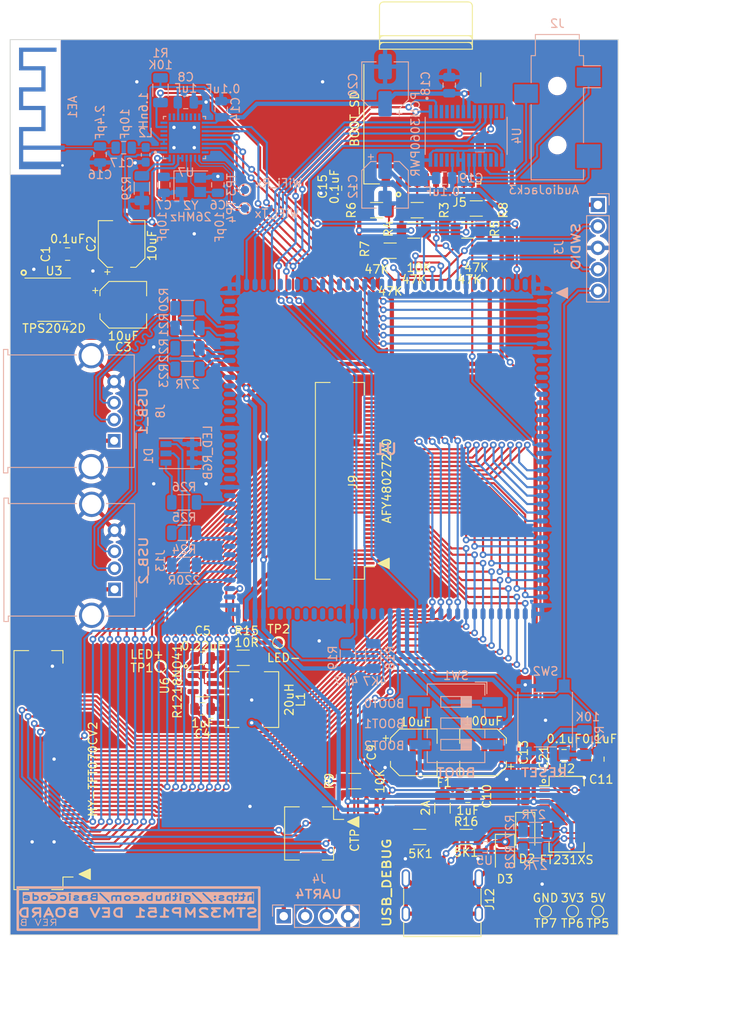
<source format=kicad_pcb>
(kicad_pcb (version 20221018) (generator pcbnew)

  (general
    (thickness 1.6)
  )

  (paper "A4")
  (layers
    (0 "F.Cu" signal)
    (31 "B.Cu" signal)
    (32 "B.Adhes" user "B.Adhesive")
    (33 "F.Adhes" user "F.Adhesive")
    (34 "B.Paste" user)
    (35 "F.Paste" user)
    (36 "B.SilkS" user "B.Silkscreen")
    (37 "F.SilkS" user "F.Silkscreen")
    (38 "B.Mask" user)
    (39 "F.Mask" user)
    (40 "Dwgs.User" user "User.Drawings")
    (41 "Cmts.User" user "User.Comments")
    (42 "Eco1.User" user "User.Eco1")
    (43 "Eco2.User" user "User.Eco2")
    (44 "Edge.Cuts" user)
    (45 "Margin" user)
    (46 "B.CrtYd" user "B.Courtyard")
    (47 "F.CrtYd" user "F.Courtyard")
    (48 "B.Fab" user)
    (49 "F.Fab" user)
    (50 "User.1" user)
    (51 "User.2" user)
    (52 "User.3" user)
    (53 "User.4" user)
    (54 "User.5" user)
    (55 "User.6" user)
    (56 "User.7" user)
    (57 "User.8" user)
    (58 "User.9" user)
  )

  (setup
    (stackup
      (layer "F.SilkS" (type "Top Silk Screen"))
      (layer "F.Paste" (type "Top Solder Paste"))
      (layer "F.Mask" (type "Top Solder Mask") (thickness 0.01))
      (layer "F.Cu" (type "copper") (thickness 0.035))
      (layer "dielectric 1" (type "core") (thickness 1.51) (material "FR4") (epsilon_r 4.5) (loss_tangent 0.02))
      (layer "B.Cu" (type "copper") (thickness 0.035))
      (layer "B.Mask" (type "Bottom Solder Mask") (thickness 0.01))
      (layer "B.Paste" (type "Bottom Solder Paste"))
      (layer "B.SilkS" (type "Bottom Silk Screen"))
      (copper_finish "None")
      (dielectric_constraints no)
    )
    (pad_to_mask_clearance 0)
    (pcbplotparams
      (layerselection 0x00010fc_ffffffff)
      (plot_on_all_layers_selection 0x0000000_00000000)
      (disableapertmacros false)
      (usegerberextensions false)
      (usegerberattributes true)
      (usegerberadvancedattributes true)
      (creategerberjobfile true)
      (dashed_line_dash_ratio 12.000000)
      (dashed_line_gap_ratio 3.000000)
      (svgprecision 4)
      (plotframeref false)
      (viasonmask false)
      (mode 1)
      (useauxorigin false)
      (hpglpennumber 1)
      (hpglpenspeed 20)
      (hpglpendiameter 15.000000)
      (dxfpolygonmode true)
      (dxfimperialunits true)
      (dxfusepcbnewfont true)
      (psnegative false)
      (psa4output false)
      (plotreference true)
      (plotvalue true)
      (plotinvisibletext false)
      (sketchpadsonfab false)
      (subtractmaskfromsilk false)
      (outputformat 1)
      (mirror false)
      (drillshape 0)
      (scaleselection 1)
      (outputdirectory "./gerber")
    )
  )

  (net 0 "")
  (net 1 "GND")
  (net 2 "Net-(AE1-Pad1)")
  (net 3 "+5V")
  (net 4 "Vdrive")
  (net 5 "Net-(U7-XTAL_OUT)")
  (net 6 "unconnected-(J1-Pin_45-Pad45)")
  (net 7 "unconnected-(J1-Pin_46-Pad46)")
  (net 8 "unconnected-(J1-Pin_47-Pad47)")
  (net 9 "unconnected-(J1-Pin_48-Pad48)")
  (net 10 "unconnected-(J1-Pin_49-Pad49)")
  (net 11 "Net-(J8-VBUS)")
  (net 12 "Earth")
  (net 13 "Net-(J9-Pin_1)")
  (net 14 "unconnected-(J9-Pin_35-Pad35)")
  (net 15 "unconnected-(J9-Pin_36-Pad36)")
  (net 16 "unconnected-(J9-Pin_37-Pad37)")
  (net 17 "unconnected-(J9-Pin_38-Pad38)")
  (net 18 "unconnected-(J9-Pin_39-Pad39)")
  (net 19 "unconnected-(J9-Pin_40-Pad40)")
  (net 20 "Net-(U6-Pin_4)")
  (net 21 "Net-(J12-CC1)")
  (net 22 "unconnected-(J12-SBU1-PadA8)")
  (net 23 "Net-(J12-CC2)")
  (net 24 "unconnected-(J12-SBU2-PadB8)")
  (net 25 "Net-(J13-VBUS)")
  (net 26 "Net-(U2-USBDM)")
  (net 27 "MMC3_D0")
  (net 28 "MMC3_D1")
  (net 29 "PC6")
  (net 30 "MMC3_D2")
  (net 31 "PC7")
  (net 32 "MMC3_CMD")
  (net 33 "PE0")
  (net 34 "MMC3_CK")
  (net 35 "PB6")
  (net 36 "MMC1_DETECT")
  (net 37 "PB8")
  (net 38 "Net-(U7-XTAL_IN)")
  (net 39 "Net-(U7-LNA)")
  (net 40 "UART1_TX")
  (net 41 "Net-(U4-VOUTR+)")
  (net 42 "UART1_RX")
  (net 43 "MMC3_D3")
  (net 44 "Net-(U4-VOUTL+)")
  (net 45 "unconnected-(U1-PB12-Pad118)")
  (net 46 "unconnected-(U1-PB10-Pad119)")
  (net 47 "unconnected-(U1-PE1-Pad12)")
  (net 48 "unconnected-(U1-PE4-Pad13)")
  (net 49 "unconnected-(U1-PC3-Pad120)")
  (net 50 "unconnected-(U1-PI8-Pad121)")
  (net 51 "unconnected-(U1-PB9-Pad16)")
  (net 52 "unconnected-(U1-PA4-Pad17)")
  (net 53 "unconnected-(U1-PA6-Pad18)")
  (net 54 "LCD_B0")
  (net 55 "LCD_B1")
  (net 56 "LCD_B2")
  (net 57 "LCD_B3")
  (net 58 "LCD_B4")
  (net 59 "LCD_B5")
  (net 60 "LCD_B6")
  (net 61 "LCD_B7")
  (net 62 "LCD_G0")
  (net 63 "LCD_G1")
  (net 64 "LCD_G2")
  (net 65 "LCD_G3")
  (net 66 "LCD_G4")
  (net 67 "LCD_G5")
  (net 68 "LCD_G6")
  (net 69 "LCD_G7")
  (net 70 "LCD_R0")
  (net 71 "LCD_R1")
  (net 72 "LCD_R2")
  (net 73 "LCD_R3")
  (net 74 "LCD_R4")
  (net 75 "LCD_R5")
  (net 76 "LCD_R6")
  (net 77 "LCD_R7")
  (net 78 "LCD_DATA_EN")
  (net 79 "LCD_V_SYNC")
  (net 80 "LCD_H_SYNC")
  (net 81 "LCD_CLK")
  (net 82 "/Audio/VCOM")
  (net 83 "BOOT1")
  (net 84 "BOOT0")
  (net 85 "BOOT2")
  (net 86 "unconnected-(U1-PD8-Pad57)")
  (net 87 "unconnected-(U1-PG3-Pad58)")
  (net 88 "SPI5_MOSI")
  (net 89 "SPI5_MISO")
  (net 90 "SPI5_CS")
  (net 91 "SPI5_CLK")
  (net 92 "unconnected-(U1-PB13-Pad66)")
  (net 93 "unconnected-(U1-PB5-Pad67)")
  (net 94 "UART4_RX")
  (net 95 "unconnected-(U1-PA12-Pad69)")
  (net 96 "unconnected-(U1-VBAT_RTC-Pad70)")
  (net 97 "CTP_INT")
  (net 98 "LCD_BL_EN")
  (net 99 "ANA0")
  (net 100 "ANA1")
  (net 101 "unconnected-(U1-VBUS_OTG-Pad84)")
  (net 102 "unconnected-(U1-ETH_MDIO-Pad85)")
  (net 103 "unconnected-(U1-ETH_MDC-Pad86)")
  (net 104 "unconnected-(U1-PG8-Pad88)")
  (net 105 "unconnected-(U1-ETH_TD3-Pad90)")
  (net 106 "unconnected-(U1-ETH_TD2-Pad91)")
  (net 107 "unconnected-(U1-ETH_TD1-Pad92)")
  (net 108 "unconnected-(U1-ETH_TD0-Pad93)")
  (net 109 "unconnected-(U1-ETH_TCTL-Pad94)")
  (net 110 "unconnected-(U1-ETH_TCLK-Pad95)")
  (net 111 "unconnected-(U1-ETH_RCLK-Pad97)")
  (net 112 "unconnected-(U1-ETH_RD3-Pad98)")
  (net 113 "unconnected-(U1-ETH_RD2-Pad99)")
  (net 114 "unconnected-(U1-ETH_RD1-Pad100)")
  (net 115 "unconnected-(U1-ETH_RD0-Pad101)")
  (net 116 "unconnected-(U1-ETH_RCTL-Pad102)")
  (net 117 "USB2_P")
  (net 118 "USB2_N")
  (net 119 "USB1_P")
  (net 120 "USB1_N")
  (net 121 "unconnected-(U1-PG5-Pad110)")
  (net 122 "WIFI_INT")
  (net 123 "unconnected-(U1-PA10-Pad123)")
  (net 124 "unconnected-(U1-PF13-Pad125)")
  (net 125 "unconnected-(U1-PF12-Pad126)")
  (net 126 "unconnected-(U1-PF10-Pad127)")
  (net 127 "unconnected-(U1-PI11-Pad122)")
  (net 128 "UART4_TX")
  (net 129 "unconnected-(U1-PA15-Pad130)")
  (net 130 "SWDIO")
  (net 131 "SWCLK")
  (net 132 "MMC1_D0")
  (net 133 "MMC1_D1")
  (net 134 "MMC1_D2")
  (net 135 "MMC1_D3")
  (net 136 "MMC1_CK")
  (net 137 "unconnected-(U1-PZ3-Pad141)")
  (net 138 "unconnected-(U1-PZ0-Pad144)")
  (net 139 "unconnected-(U1-PZ6-Pad145)")
  (net 140 "MMC1_CMD")
  (net 141 "unconnected-(U1-PZ7-Pad147)")
  (net 142 "unconnected-(U2-~{DTR}-Pad1)")
  (net 143 "unconnected-(U2-~{RTS}-Pad2)")
  (net 144 "unconnected-(U2-~{RI}-Pad5)")
  (net 145 "unconnected-(U2-~{DSR}-Pad7)")
  (net 146 "unconnected-(U2-~{DCD}-Pad8)")
  (net 147 "unconnected-(U2-~{CTS}-Pad9)")
  (net 148 "unconnected-(U2-CBUS2-Pad10)")
  (net 149 "unconnected-(U2-3V3OUT-Pad13)")
  (net 150 "unconnected-(U2-CBUS1-Pad17)")
  (net 151 "unconnected-(U2-CBUS0-Pad18)")
  (net 152 "unconnected-(U2-CBUS3-Pad19)")
  (net 153 "WIFI_UP")
  (net 154 "CTP_RESET")
  (net 155 "unconnected-(J5-SHIELD-PadP1)")
  (net 156 "I2C1_SCL")
  (net 157 "I2C1_SDA")
  (net 158 "Net-(D1-BA)")
  (net 159 "Net-(U1-USB1_N)")
  (net 160 "Net-(U1-USB1_P)")
  (net 161 "Net-(U1-USB2_N)")
  (net 162 "Net-(U1-USB2_P)")
  (net 163 "Net-(U2-USBDP)")
  (net 164 "Net-(D2-K)")
  (net 165 "/Power & Debug/USB_N")
  (net 166 "/Power & Debug/USB_P")
  (net 167 "Net-(D1-GA)")
  (net 168 "Net-(D1-RA)")
  (net 169 "LED_R")
  (net 170 "LED_G")
  (net 171 "LED_B")
  (net 172 "KEY_WP")
  (net 173 "Net-(U7-RES12K)")
  (net 174 "Net-(U7-U0RXD)")
  (net 175 "Net-(U7-U0TXD)")
  (net 176 "SAI1_SCK_B")
  (net 177 "SAI1_MCLK_B")
  (net 178 "SAI1_SD_B")
  (net 179 "SAI1_FS_B")
  (net 180 "SAI1_SD_A")
  (net 181 "unconnected-(U3-~{OC2}-Pad5)")
  (net 182 "unconnected-(U3-~{OC1}-Pad8)")
  (net 183 "unconnected-(U4-DOUT-Pad3)")
  (net 184 "unconnected-(U4-LRCK1-Pad4)")
  (net 185 "unconnected-(U4-BCK1-Pad5)")
  (net 186 "unconnected-(U4-SCKI1-Pad6)")
  (net 187 "unconnected-(U4-ZEROR-Pad13)")
  (net 188 "unconnected-(U4-ZEROL-Pad14)")
  (net 189 "unconnected-(U4-VOUTR--Pad17)")
  (net 190 "unconnected-(U4-VOUTL--Pad19)")
  (net 191 "unconnected-(U4-VINL-Pad25)")
  (net 192 "unconnected-(U4-VINR-Pad26)")
  (net 193 "unconnected-(U4-~{MS{slash}ADR{slash}IFMD}-Pad27)")
  (net 194 "unconnected-(U7-VDD_RTC-Pad5)")
  (net 195 "unconnected-(U7-TOUT-Pad6)")
  (net 196 "unconnected-(U7-XPD_DCDC-Pad8)")
  (net 197 "unconnected-(U7-MTMS-Pad9)")
  (net 198 "unconnected-(U7-MTDI-Pad10)")
  (net 199 "unconnected-(U7-MTCK-Pad12)")
  (net 200 "unconnected-(U7-MTDO-Pad13)")
  (net 201 "unconnected-(U7-GPIO2-Pad14)")
  (net 202 "unconnected-(U7-GPIO0-Pad15)")
  (net 203 "unconnected-(U7-GPIO4-Pad16)")
  (net 204 "unconnected-(U7-GPIO5-Pad24)")
  (net 205 "+3V3")
  (net 206 "NRST")

  (footprint "Resistor_SMD:R_1206_3216Metric" (layer "F.Cu") (at 63.2 35.2))

  (footprint "Resistor_SMD:R_1206_3216Metric" (layer "F.Cu") (at 60 40))

  (footprint "Inductor_SMD:L_6.3x6.3_H3" (layer "F.Cu") (at 43.6 93.15 90))

  (footprint "Capacitor_SMD:CP_Elec_5x5.3" (layer "F.Cu") (at 28.2 39.2 90))

  (footprint "Capacitor_SMD:C_0805_2012Metric" (layer "F.Cu") (at 21.8 40.4))

  (footprint "Capacitor_SMD:C_0805_2012Metric" (layer "F.Cu") (at 37.8 94.25))

  (footprint "Capacitor_SMD:CP_Elec_5x5.3" (layer "F.Cu") (at 62.8 99.4))

  (footprint "Diode_SMD:D_1206_3216Metric" (layer "F.Cu") (at 76 108.8 -90))

  (footprint "Connector_FFC-FPC:Hirose_FH12-6S-0.5SH_1x06-1MP_P0.50mm_Horizontal" (layer "F.Cu") (at 52 109 -90))

  (footprint "Connector_USB:USB_C_Receptacle_G-Switch_GT-USB-7010ASV" (layer "F.Cu") (at 66.18 117.425))

  (footprint "Capacitor_SMD:C_0805_2012Metric" (layer "F.Cu") (at 69.2 104.6))

  (footprint "Resistor_SMD:R_1206_3216Metric" (layer "F.Cu") (at 62.8 37.6))

  (footprint "Package_SO:SOIC-8_3.9x4.9mm_P1.27mm" (layer "F.Cu") (at 20.2 45.8))

  (footprint "Capacitor_SMD:C_0805_2012Metric" (layer "F.Cu") (at 84.6 100.2 90))

  (footprint "Connector_FFC-FPC:Hirose_FH12-40S-0.5SH_1x40-1MP_P0.50mm_Horizontal" (layer "F.Cu") (at 55.65 67.25 -90))

  (footprint "Package_TO_SOT_SMD:SOT-23-6" (layer "F.Cu") (at 37.8 91.25))

  (footprint "Capacitor_SMD:CP_Elec_5x5.3" (layer "F.Cu") (at 28.4 46.4))

  (footprint "Resistor_SMD:R_1206_3216Metric" (layer "F.Cu") (at 63.5 109.425 180))

  (footprint "components:HRS_DM3AT-SF-PEJM5" (layer "F.Cu") (at 64.2375 31.8375 180))

  (footprint "Package_SO:SSOP-20_3.9x8.7mm_P0.635mm" (layer "F.Cu") (at 80.9 106.7225))

  (footprint "TestPoint:TestPoint_Pad_D1.0mm" (layer "F.Cu") (at 78.4 118.2 180))

  (footprint "Capacitor_SMD:C_0805_2012Metric" (layer "F.Cu") (at 55 32.6 90))

  (footprint "Capacitor_SMD:CP_Elec_5x5.3" (layer "F.Cu") (at 71 99.4 180))

  (footprint "Resistor_SMD:R_1206_3216Metric" (layer "F.Cu") (at 70.2 35 180))

  (footprint "TestPoint:TestPoint_Pad_D1.0mm" (layer "F.Cu") (at 46.8 86.4 90))

  (footprint "Resistor_SMD:R_1206_3216Metric" (layer "F.Cu") (at 42.6 88.2 180))

  (footprint "Diode_SMD:D_1206_3216Metric" (layer "F.Cu") (at 73.6 111.4 -90))

  (footprint "Fuse:Fuse_1206_3216Metric" (layer "F.Cu") (at 66.2 106 90))

  (footprint "Resistor_SMD:R_1206_3216Metric" (layer "F.Cu") (at 55.8 102.8 180))

  (footprint "TestPoint:TestPoint_Pad_D1.0mm" (layer "F.Cu") (at 84.6 118.2 180))

  (footprint "Resistor_SMD:R_1206_3216Metric" (layer "F.Cu") (at 69.2 37.6 180))

  (footprint "Connector_FFC-FPC:Hirose_FH12-50S-0.5SH_1x50-1MP_P0.50mm_Horizontal" (layer "F.Cu") (at 19.95 101.5 -90))

  (footprint "Capacitor_SMD:C_0805_2012Metric" (layer "F.Cu") (at 80.6 99.8))

  (footprint "TestPoint:TestPoint_Pad_D1.0mm" (layer "F.Cu") (at 32.8 89.2 90))

  (footprint "Resistor_SMD:R_1206_3216Metric" (layer "F.Cu") (at 58.4 35.2))

  (footprint "Resistor_SMD:R_1206_3216Metric" (layer "F.Cu") (at 69 109.425))

  (footprint "TestPoint:TestPoint_Pad_D1.0mm" (layer "F.Cu") (at 81.6 118.2 180))

  (footprint "Capacitor_SMD:C_0805_2012Metric" (layer "F.Cu") (at 37.8 88.25))

  (footprint "Resistor_SMD:R_1206_3216Metric" (layer "B.Cu") (at 77.2 108.6))

  (footprint "Resistor_SMD:R_1206_3216Metric" (layer "B.Cu")
    (tstamp 0894b2ed-7056-45da-a9c4-41bb9578f92d)
    (at 36 54 180)
    (descr "Resistor SMD 1206 (3216 Metric), square (rectangular) end terminal, IPC_7351 nominal, (Body size source: IPC-SM-782 page 72, https://www.pcb-3d.com/wordpress/wp-content/uploads/ipc-sm-782a_amendment_1_and_2.pdf), generated with kicad-footprint-generator")
    (tags "resistor")
    (property "Sheetfile" "STM32MP151_Dev_Board.kicad_sch")
    (property "Sheetname" "")
    (property "ki_description" "Resistor")
    (property "ki_keywords" "R res resistor")
    (path "/7e39d1b7-7804-4f1e-bb47-45644247e317")
    (attr smd)
    (fp_text reference "R23" (at 2.8 -0.8 90) (layer "B.SilkS")
        (effects (font (size 1 1) (thickness 0.15)) (justify mirror))
      (tstamp 7617aea9-959a-461a-86ca-9bb6d3a79669)
    )
    (fp_text value "27R" (at 0 -1.82) (layer "B.SilkS")
        (effects (font (size 1 1) (thickness 0.15)) (justify mirror))
      (tstamp c69bdb66-0c27-4fd2-a370-64cb696bb61c)
    )
    (fp_text user "${REFERENCE}" (at 0 0) (layer "B.Fab")
        (effects (font (size 0.8 0.8) (thickness 0.12)) (justify mirror))
      (tstamp 376bc574-8e72-41bb-b206-151d4d8a1c6d)
    )
    (fp_line (start -0.727064 -0.91) (end 0.727064 -0.91)
      (stroke (width 0.12) (type solid)) (layer "B.SilkS") (tstamp 2eeb19e0-4cfe-47e6-8cf5-ddf528a23f67))
    (fp_line (start -0.727064 0.91) (end 0.727064 0.91)
      (stroke (width 0.12) (type solid)) (layer "B.SilkS") (tstamp d1b1025e-3393-40aa-94b4-e7ecd3ab6f7d))
    (fp_line (start -2.28 -1.12) (end -2.28 1.12)
      (stroke (width 0.05) (type solid)) (layer "B.CrtYd") (tstamp 14dbb4a5-6b44-45ff-a179-44ca89f90026))
    (fp_line (start -2.28 1.12) (end 2.28 1.12)
      (stroke (width 0.05) (type solid)) (layer "B.CrtYd") (tsta
... [1011753 chars truncated]
</source>
